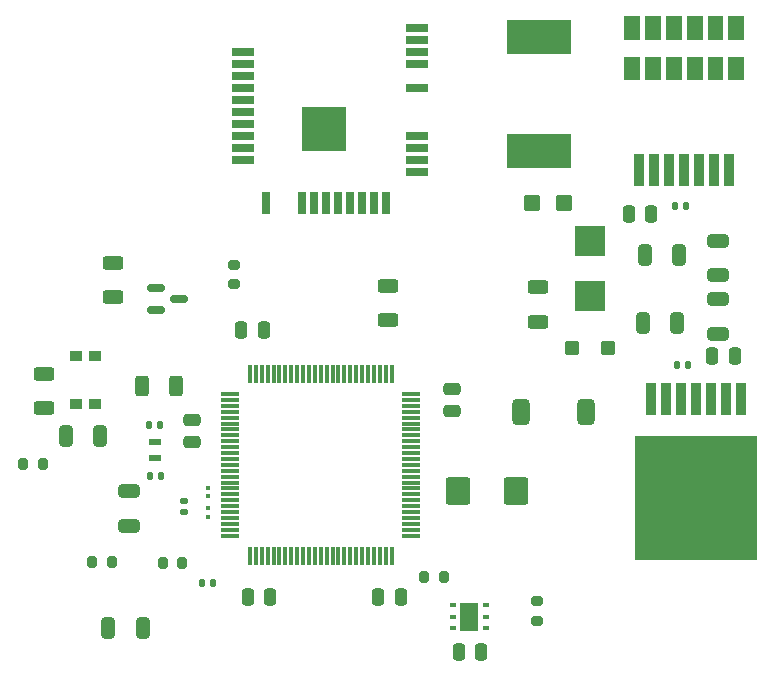
<source format=gbr>
%TF.GenerationSoftware,KiCad,Pcbnew,(6.0.6)*%
%TF.CreationDate,2022-08-28T11:43:10+01:00*%
%TF.ProjectId,task,7461736b-2e6b-4696-9361-645f70636258,rev?*%
%TF.SameCoordinates,Original*%
%TF.FileFunction,Paste,Top*%
%TF.FilePolarity,Positive*%
%FSLAX46Y46*%
G04 Gerber Fmt 4.6, Leading zero omitted, Abs format (unit mm)*
G04 Created by KiCad (PCBNEW (6.0.6)) date 2022-08-28 11:43:10*
%MOMM*%
%LPD*%
G01*
G04 APERTURE LIST*
G04 Aperture macros list*
%AMRoundRect*
0 Rectangle with rounded corners*
0 $1 Rounding radius*
0 $2 $3 $4 $5 $6 $7 $8 $9 X,Y pos of 4 corners*
0 Add a 4 corners polygon primitive as box body*
4,1,4,$2,$3,$4,$5,$6,$7,$8,$9,$2,$3,0*
0 Add four circle primitives for the rounded corners*
1,1,$1+$1,$2,$3*
1,1,$1+$1,$4,$5*
1,1,$1+$1,$6,$7*
1,1,$1+$1,$8,$9*
0 Add four rect primitives between the rounded corners*
20,1,$1+$1,$2,$3,$4,$5,0*
20,1,$1+$1,$4,$5,$6,$7,0*
20,1,$1+$1,$6,$7,$8,$9,0*
20,1,$1+$1,$8,$9,$2,$3,0*%
G04 Aperture macros list end*
%ADD10C,0.010000*%
%ADD11R,5.400000X2.900000*%
%ADD12RoundRect,0.250000X-0.475000X0.250000X-0.475000X-0.250000X0.475000X-0.250000X0.475000X0.250000X0*%
%ADD13RoundRect,0.250000X0.787500X0.925000X-0.787500X0.925000X-0.787500X-0.925000X0.787500X-0.925000X0*%
%ADD14RoundRect,0.140000X-0.140000X-0.170000X0.140000X-0.170000X0.140000X0.170000X-0.140000X0.170000X0*%
%ADD15RoundRect,0.147500X-0.147500X-0.172500X0.147500X-0.172500X0.147500X0.172500X-0.147500X0.172500X0*%
%ADD16RoundRect,0.250000X-0.325000X-0.650000X0.325000X-0.650000X0.325000X0.650000X-0.325000X0.650000X0*%
%ADD17RoundRect,0.250000X-0.450000X-0.425000X0.450000X-0.425000X0.450000X0.425000X-0.450000X0.425000X0*%
%ADD18RoundRect,0.250000X0.325000X0.650000X-0.325000X0.650000X-0.325000X-0.650000X0.325000X-0.650000X0*%
%ADD19RoundRect,0.250000X0.250000X0.475000X-0.250000X0.475000X-0.250000X-0.475000X0.250000X-0.475000X0*%
%ADD20RoundRect,0.250000X-0.250000X-0.475000X0.250000X-0.475000X0.250000X0.475000X-0.250000X0.475000X0*%
%ADD21RoundRect,0.140000X0.140000X0.170000X-0.140000X0.170000X-0.140000X-0.170000X0.140000X-0.170000X0*%
%ADD22RoundRect,0.150000X-0.587500X-0.150000X0.587500X-0.150000X0.587500X0.150000X-0.587500X0.150000X0*%
%ADD23RoundRect,0.075000X-0.725000X-0.075000X0.725000X-0.075000X0.725000X0.075000X-0.725000X0.075000X0*%
%ADD24RoundRect,0.075000X-0.075000X-0.725000X0.075000X-0.725000X0.075000X0.725000X-0.075000X0.725000X0*%
%ADD25R,1.900000X0.800000*%
%ADD26R,0.800000X1.900000*%
%ADD27R,3.700000X3.700000*%
%ADD28RoundRect,0.250000X0.625000X-0.312500X0.625000X0.312500X-0.625000X0.312500X-0.625000X-0.312500X0*%
%ADD29RoundRect,0.200000X0.200000X0.275000X-0.200000X0.275000X-0.200000X-0.275000X0.200000X-0.275000X0*%
%ADD30RoundRect,0.079500X0.100500X-0.079500X0.100500X0.079500X-0.100500X0.079500X-0.100500X-0.079500X0*%
%ADD31RoundRect,0.200000X-0.200000X-0.275000X0.200000X-0.275000X0.200000X0.275000X-0.200000X0.275000X0*%
%ADD32RoundRect,0.250000X0.312500X0.625000X-0.312500X0.625000X-0.312500X-0.625000X0.312500X-0.625000X0*%
%ADD33RoundRect,0.079500X-0.100500X0.079500X-0.100500X-0.079500X0.100500X-0.079500X0.100500X0.079500X0*%
%ADD34R,2.540000X2.540000*%
%ADD35RoundRect,0.250000X-0.650000X0.325000X-0.650000X-0.325000X0.650000X-0.325000X0.650000X0.325000X0*%
%ADD36RoundRect,0.200000X0.275000X-0.200000X0.275000X0.200000X-0.275000X0.200000X-0.275000X-0.200000X0*%
%ADD37R,0.863600X2.692400*%
%ADD38R,10.414000X10.464800*%
%ADD39R,0.890000X2.790000*%
%ADD40RoundRect,0.250000X0.650000X-0.325000X0.650000X0.325000X-0.650000X0.325000X-0.650000X-0.325000X0*%
%ADD41RoundRect,0.250000X0.475000X-0.250000X0.475000X0.250000X-0.475000X0.250000X-0.475000X-0.250000X0*%
%ADD42RoundRect,0.250000X-0.625000X0.312500X-0.625000X-0.312500X0.625000X-0.312500X0.625000X0.312500X0*%
%ADD43RoundRect,0.140000X0.170000X-0.140000X0.170000X0.140000X-0.170000X0.140000X-0.170000X-0.140000X0*%
%ADD44RoundRect,0.162400X0.462600X0.417600X-0.462600X0.417600X-0.462600X-0.417600X0.462600X-0.417600X0*%
%ADD45R,1.000000X0.900000*%
%ADD46R,1.100000X0.600000*%
%ADD47RoundRect,0.375000X0.375000X0.725000X-0.375000X0.725000X-0.375000X-0.725000X0.375000X-0.725000X0*%
%ADD48R,0.599999X0.399999*%
%ADD49R,1.500000X2.400000*%
G04 APERTURE END LIST*
%TO.C,Vr2*%
G36*
X184690000Y-87955000D02*
G01*
X183430000Y-87955000D01*
X183430000Y-86045000D01*
X184690000Y-86045000D01*
X184690000Y-87955000D01*
G37*
D10*
X184690000Y-87955000D02*
X183430000Y-87955000D01*
X183430000Y-86045000D01*
X184690000Y-86045000D01*
X184690000Y-87955000D01*
G36*
X189970000Y-91375000D02*
G01*
X188710000Y-91375000D01*
X188710000Y-89465000D01*
X189970000Y-89465000D01*
X189970000Y-91375000D01*
G37*
X189970000Y-91375000D02*
X188710000Y-91375000D01*
X188710000Y-89465000D01*
X189970000Y-89465000D01*
X189970000Y-91375000D01*
G36*
X186450000Y-91375000D02*
G01*
X185190000Y-91375000D01*
X185190000Y-89465000D01*
X186450000Y-89465000D01*
X186450000Y-91375000D01*
G37*
X186450000Y-91375000D02*
X185190000Y-91375000D01*
X185190000Y-89465000D01*
X186450000Y-89465000D01*
X186450000Y-91375000D01*
G36*
X191730000Y-91375000D02*
G01*
X190470000Y-91375000D01*
X190470000Y-89465000D01*
X191730000Y-89465000D01*
X191730000Y-91375000D01*
G37*
X191730000Y-91375000D02*
X190470000Y-91375000D01*
X190470000Y-89465000D01*
X191730000Y-89465000D01*
X191730000Y-91375000D01*
G36*
X186450000Y-87955000D02*
G01*
X185190000Y-87955000D01*
X185190000Y-86045000D01*
X186450000Y-86045000D01*
X186450000Y-87955000D01*
G37*
X186450000Y-87955000D02*
X185190000Y-87955000D01*
X185190000Y-86045000D01*
X186450000Y-86045000D01*
X186450000Y-87955000D01*
G36*
X193490000Y-87955000D02*
G01*
X192230000Y-87955000D01*
X192230000Y-86045000D01*
X193490000Y-86045000D01*
X193490000Y-87955000D01*
G37*
X193490000Y-87955000D02*
X192230000Y-87955000D01*
X192230000Y-86045000D01*
X193490000Y-86045000D01*
X193490000Y-87955000D01*
G36*
X188210000Y-87955000D02*
G01*
X186950000Y-87955000D01*
X186950000Y-86045000D01*
X188210000Y-86045000D01*
X188210000Y-87955000D01*
G37*
X188210000Y-87955000D02*
X186950000Y-87955000D01*
X186950000Y-86045000D01*
X188210000Y-86045000D01*
X188210000Y-87955000D01*
G36*
X193490000Y-91375000D02*
G01*
X192230000Y-91375000D01*
X192230000Y-89465000D01*
X193490000Y-89465000D01*
X193490000Y-91375000D01*
G37*
X193490000Y-91375000D02*
X192230000Y-91375000D01*
X192230000Y-89465000D01*
X193490000Y-89465000D01*
X193490000Y-91375000D01*
G36*
X188210000Y-91375000D02*
G01*
X186950000Y-91375000D01*
X186950000Y-89465000D01*
X188210000Y-89465000D01*
X188210000Y-91375000D01*
G37*
X188210000Y-91375000D02*
X186950000Y-91375000D01*
X186950000Y-89465000D01*
X188210000Y-89465000D01*
X188210000Y-91375000D01*
G36*
X189970000Y-87955000D02*
G01*
X188710000Y-87955000D01*
X188710000Y-86045000D01*
X189970000Y-86045000D01*
X189970000Y-87955000D01*
G37*
X189970000Y-87955000D02*
X188710000Y-87955000D01*
X188710000Y-86045000D01*
X189970000Y-86045000D01*
X189970000Y-87955000D01*
G36*
X191730000Y-87955000D02*
G01*
X190470000Y-87955000D01*
X190470000Y-86045000D01*
X191730000Y-86045000D01*
X191730000Y-87955000D01*
G37*
X191730000Y-87955000D02*
X190470000Y-87955000D01*
X190470000Y-86045000D01*
X191730000Y-86045000D01*
X191730000Y-87955000D01*
G36*
X184690000Y-91375000D02*
G01*
X183430000Y-91375000D01*
X183430000Y-89465000D01*
X184690000Y-89465000D01*
X184690000Y-91375000D01*
G37*
X184690000Y-91375000D02*
X183430000Y-91375000D01*
X183430000Y-89465000D01*
X184690000Y-89465000D01*
X184690000Y-91375000D01*
%TD*%
D11*
%TO.C,L2*%
X176200000Y-87750000D03*
X176200000Y-97450000D03*
%TD*%
D12*
%TO.C,C_VDD5*%
X168850000Y-117550000D03*
X168850000Y-119450000D03*
%TD*%
D13*
%TO.C,Cout1*%
X174255000Y-126240000D03*
X169330000Y-126240000D03*
%TD*%
D14*
%TO.C,Cinx2*%
X187710000Y-102110000D03*
X188670000Y-102110000D03*
%TD*%
D15*
%TO.C,Dl1*%
X147645000Y-133990000D03*
X148615000Y-133990000D03*
%TD*%
D16*
%TO.C,Cin3*%
X185135000Y-106220000D03*
X188085000Y-106220000D03*
%TD*%
D17*
%TO.C,Cout2*%
X175630000Y-101830000D03*
X178330000Y-101830000D03*
%TD*%
D18*
%TO.C,C6*%
X139065000Y-121580000D03*
X136115000Y-121580000D03*
%TD*%
D19*
%TO.C,C5*%
X171320000Y-139880000D03*
X169420000Y-139880000D03*
%TD*%
D20*
%TO.C,C_VDD6*%
X150990000Y-112580000D03*
X152890000Y-112580000D03*
%TD*%
D21*
%TO.C,Cinx1*%
X188850000Y-115560000D03*
X187890000Y-115560000D03*
%TD*%
D22*
%TO.C,Q1*%
X143802500Y-109010000D03*
X143802500Y-110910000D03*
X145677500Y-109960000D03*
%TD*%
D23*
%TO.C,U1*%
X150045000Y-118010000D03*
X150045000Y-118510000D03*
X150045000Y-119010000D03*
X150045000Y-119510000D03*
X150045000Y-120010000D03*
X150045000Y-120510000D03*
X150045000Y-121010000D03*
X150045000Y-121510000D03*
X150045000Y-122010000D03*
X150045000Y-122510000D03*
X150045000Y-123010000D03*
X150045000Y-123510000D03*
X150045000Y-124010000D03*
X150045000Y-124510000D03*
X150045000Y-125010000D03*
X150045000Y-125510000D03*
X150045000Y-126010000D03*
X150045000Y-126510000D03*
X150045000Y-127010000D03*
X150045000Y-127510000D03*
X150045000Y-128010000D03*
X150045000Y-128510000D03*
X150045000Y-129010000D03*
X150045000Y-129510000D03*
X150045000Y-130010000D03*
D24*
X151720000Y-131685000D03*
X152220000Y-131685000D03*
X152720000Y-131685000D03*
X153220000Y-131685000D03*
X153720000Y-131685000D03*
X154220000Y-131685000D03*
X154720000Y-131685000D03*
X155220000Y-131685000D03*
X155720000Y-131685000D03*
X156220000Y-131685000D03*
X156720000Y-131685000D03*
X157220000Y-131685000D03*
X157720000Y-131685000D03*
X158220000Y-131685000D03*
X158720000Y-131685000D03*
X159220000Y-131685000D03*
X159720000Y-131685000D03*
X160220000Y-131685000D03*
X160720000Y-131685000D03*
X161220000Y-131685000D03*
X161720000Y-131685000D03*
X162220000Y-131685000D03*
X162720000Y-131685000D03*
X163220000Y-131685000D03*
X163720000Y-131685000D03*
D23*
X165395000Y-130010000D03*
X165395000Y-129510000D03*
X165395000Y-129010000D03*
X165395000Y-128510000D03*
X165395000Y-128010000D03*
X165395000Y-127510000D03*
X165395000Y-127010000D03*
X165395000Y-126510000D03*
X165395000Y-126010000D03*
X165395000Y-125510000D03*
X165395000Y-125010000D03*
X165395000Y-124510000D03*
X165395000Y-124010000D03*
X165395000Y-123510000D03*
X165395000Y-123010000D03*
X165395000Y-122510000D03*
X165395000Y-122010000D03*
X165395000Y-121510000D03*
X165395000Y-121010000D03*
X165395000Y-120510000D03*
X165395000Y-120010000D03*
X165395000Y-119510000D03*
X165395000Y-119010000D03*
X165395000Y-118510000D03*
X165395000Y-118010000D03*
D24*
X163720000Y-116335000D03*
X163220000Y-116335000D03*
X162720000Y-116335000D03*
X162220000Y-116335000D03*
X161720000Y-116335000D03*
X161220000Y-116335000D03*
X160720000Y-116335000D03*
X160220000Y-116335000D03*
X159720000Y-116335000D03*
X159220000Y-116335000D03*
X158720000Y-116335000D03*
X158220000Y-116335000D03*
X157720000Y-116335000D03*
X157220000Y-116335000D03*
X156720000Y-116335000D03*
X156220000Y-116335000D03*
X155720000Y-116335000D03*
X155220000Y-116335000D03*
X154720000Y-116335000D03*
X154220000Y-116335000D03*
X153720000Y-116335000D03*
X153220000Y-116335000D03*
X152720000Y-116335000D03*
X152220000Y-116335000D03*
X151720000Y-116335000D03*
%TD*%
D25*
%TO.C,U3*%
X165876550Y-99185000D03*
X165876550Y-98169000D03*
X165876550Y-97153000D03*
X165876550Y-96137000D03*
X165876550Y-92073000D03*
X165876550Y-90041000D03*
X165876550Y-89025000D03*
X165876550Y-88009000D03*
X165876550Y-86993000D03*
X151146550Y-89031000D03*
X151146550Y-90047000D03*
X151146550Y-91063000D03*
X151146550Y-92079000D03*
X151146550Y-93095000D03*
X151146550Y-94111000D03*
X151146550Y-95127000D03*
X151146550Y-96143000D03*
X151146550Y-97159000D03*
X151146550Y-98175000D03*
D26*
X153046550Y-101855000D03*
X156094550Y-101855000D03*
X157110550Y-101855000D03*
X158126550Y-101855000D03*
X159142550Y-101855000D03*
X160158550Y-101855000D03*
X161174550Y-101855000D03*
X162190550Y-101855000D03*
X163206550Y-101855000D03*
D27*
X158026550Y-95585000D03*
%TD*%
D28*
%TO.C,Rp2*%
X134310000Y-119212500D03*
X134310000Y-116287500D03*
%TD*%
D14*
%TO.C,C8*%
X143140000Y-120620000D03*
X144100000Y-120620000D03*
%TD*%
D28*
%TO.C,Re1*%
X140100000Y-109825000D03*
X140100000Y-106900000D03*
%TD*%
D29*
%TO.C,R5*%
X134175000Y-123960000D03*
X132525000Y-123960000D03*
%TD*%
D30*
%TO.C,C4*%
X148200000Y-127695000D03*
X148200000Y-128385000D03*
%TD*%
D31*
%TO.C,R2*%
X144345000Y-132330000D03*
X145995000Y-132330000D03*
%TD*%
D32*
%TO.C,R7*%
X145492500Y-117300000D03*
X142567500Y-117300000D03*
%TD*%
D33*
%TO.C,C3*%
X148210000Y-125975000D03*
X148210000Y-126665000D03*
%TD*%
D19*
%TO.C,C_VDD4*%
X153420000Y-135220000D03*
X151520000Y-135220000D03*
%TD*%
D34*
%TO.C,D2*%
X180500000Y-109749500D03*
X180500000Y-105050500D03*
%TD*%
D35*
%TO.C,Cin1*%
X191320000Y-109945000D03*
X191320000Y-112895000D03*
%TD*%
D36*
%TO.C,Rp1*%
X150360000Y-108725000D03*
X150360000Y-107075000D03*
%TD*%
D37*
%TO.C,Vr1*%
X193260000Y-118409600D03*
X191990000Y-118409600D03*
X190720000Y-118409600D03*
X189450000Y-118409600D03*
X188180000Y-118409600D03*
X186910000Y-118409600D03*
X185640000Y-118409600D03*
D38*
X189450000Y-126842400D03*
%TD*%
D14*
%TO.C,C7*%
X143270000Y-124930000D03*
X144230000Y-124930000D03*
%TD*%
D39*
%TO.C,Vr2*%
X184650000Y-99060000D03*
X185920000Y-99060000D03*
X187190000Y-99060000D03*
X188460000Y-99060000D03*
X189730000Y-99060000D03*
X191000000Y-99060000D03*
X192270000Y-99060000D03*
%TD*%
D40*
%TO.C,C1*%
X141500000Y-129205000D03*
X141500000Y-126255000D03*
%TD*%
D41*
%TO.C,C_VDD2*%
X146810000Y-122090000D03*
X146810000Y-120190000D03*
%TD*%
D42*
%TO.C,Rp3*%
X176100000Y-108967500D03*
X176100000Y-111892500D03*
%TD*%
D31*
%TO.C,R3*%
X166475000Y-133500000D03*
X168125000Y-133500000D03*
%TD*%
D43*
%TO.C,C2*%
X146170000Y-128000000D03*
X146170000Y-127040000D03*
%TD*%
D44*
%TO.C,D1*%
X178970000Y-114100000D03*
X182030000Y-114100000D03*
%TD*%
D19*
%TO.C,Cb2*%
X185690000Y-102740000D03*
X183790000Y-102740000D03*
%TD*%
D45*
%TO.C,SW1*%
X137000000Y-118850000D03*
X137000000Y-114750000D03*
X138600000Y-114750000D03*
X138600000Y-118850000D03*
%TD*%
D46*
%TO.C,Y1*%
X143680000Y-123450000D03*
X143680000Y-122050000D03*
%TD*%
D18*
%TO.C,C_VDD1*%
X142675000Y-137820000D03*
X139725000Y-137820000D03*
%TD*%
D19*
%TO.C,C_VDD3*%
X164500000Y-135180000D03*
X162600000Y-135180000D03*
%TD*%
D47*
%TO.C,L1*%
X180210000Y-119520000D03*
X174710000Y-119520000D03*
%TD*%
D36*
%TO.C,R4*%
X175990000Y-137225000D03*
X175990000Y-135575000D03*
%TD*%
D31*
%TO.C,R1*%
X138375000Y-132250000D03*
X140025000Y-132250000D03*
%TD*%
D42*
%TO.C,Rr1*%
X163400000Y-108837500D03*
X163400000Y-111762500D03*
%TD*%
D20*
%TO.C,Cb1*%
X190850000Y-114800000D03*
X192750000Y-114800000D03*
%TD*%
D18*
%TO.C,Cin2*%
X187915000Y-112030000D03*
X184965000Y-112030000D03*
%TD*%
D40*
%TO.C,Cin4*%
X191360000Y-107965000D03*
X191360000Y-105015000D03*
%TD*%
D48*
%TO.C,U2*%
X168889999Y-135859999D03*
X168889999Y-136859999D03*
X168889999Y-137860001D03*
X171689999Y-137860001D03*
X171689999Y-136859999D03*
X171689999Y-135859999D03*
D49*
X170290000Y-136860000D03*
%TD*%
M02*

</source>
